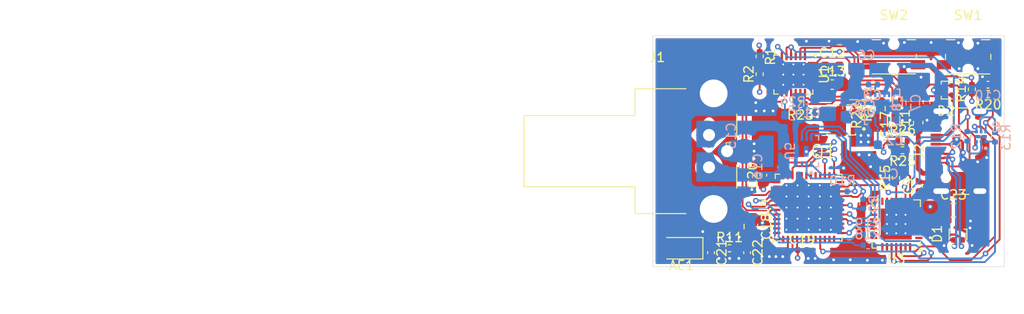
<source format=kicad_pcb>
(kicad_pcb (version 20240108) (generator "pcbnew") (generator_version "8.0")
  (layers (0 "F.Cu" signal) (1 "In1.Cu" signal) (2 "In2.Cu" signal) (31 "B.Cu" signal) (34 "B.Paste" user) (35 "F.Paste" user) (36 "B.SilkS" user "B.Silkscreen") (37 "F.SilkS" user "F.Silkscreen") (38 "B.Mask" user) (39 "F.Mask" user) (44 "Edge.Cuts" user))
  (net 0 "")
  (net 1 "GND")
  (net 2 "VBUS")
  (net 3 "/Microcontroller/Antenna_50R")
  (net 4 "+5V")
  (net 5 "Net-(U2-SS)")
  (net 6 "Net-(U2-LX)")
  (net 7 "+1V2")
  (net 8 "+3.3V")
  (net 9 "/Microcontroller/LNA_IN")
  (net 11 "VBUS_Switched")
  (net 12 "/Microcontroller/USB_D+")
  (net 13 "Net-(U3-VBUS)")
  (net 21 "Net-(U2-BST)")
  (net 22 "/Power Supply/_3V3")
  (net 23 "+2V8")
  (net 24 "/Microcontroller/IO0")
  (net 27 "/USB PD/CC2")
  (net 29 "/USB PD/CC1")
  (net 31 "/Bridge Driver/_DRVOFF")
  (net 38 "/Bridge Driver/_nSLEEP")
  (net 44 "/Microcontroller/EN")
  (net 45 "/Bridge Driver/_EN{slash}IN1")
  (net 49 "/Microcontroller/USB_D-")
  (net 52 "/Bridge Driver/nFAULT")
  (net 53 "/Bridge Driver/Current Sense")
  (net 54 "Net-(Q1-G)")
  (net 55 "Net-(U1-VBUS_EN_SNK)")
  (net 56 "Net-(U1-VBUS_VS_DISCH)")
  (net 57 "Net-(U1-DISCH)")
  (net 58 "/Microcontroller/~{SUSPEND}")
  (net 59 "Net-(Q2A-B1)")
  (net 60 "/Microcontroller/~{DTR}")
  (net 61 "/Microcontroller/~{RTS}")
  (net 62 "Net-(Q2B-B2)")
  (net 63 "/Microcontroller/TXD")
  (net 64 "/Microcontroller/_TXD")
  (net 65 "/Microcontroller/RXD")
  (net 66 "/Microcontroller/_RXD")
  (net 67 "/Microcontroller/_~{RTS}")
  (net 68 "/Microcontroller/~{CTS}")
  (net 69 "/Microcontroller/_~{CTS}")
  (net 85 "/SPI_MISO")
  (net 86 "/SPI_MOSI")
  (net 87 "/Bridge Driver/A")
  (net 88 "/Bridge Driver/B")
  (net 89 "GNDPWR")
  (net 90 "/Bridge Driver/_PH{slash}IN2")
  (net 91 "/SPI_SCLK")
  (net 92 "/SPI_CS")
  (net 93 "/I2C_SDA")
  (net 94 "/I2C_SCL")
  (net 95 "/Microcontroller/Reset")
  (footprint "Resistor_SMD:R_0402_1005Metric" (layer "F.Cu") (at 162 49.9 180)
    (property "Reference" "R25")
    (property "Value" "49.9k")
  )
  (footprint "Capacitor_SMD:C_0603_1608Metric" (layer "F.Cu") (at 154.4 42.8)
    (property "Reference" "C13")
    (property "Value" "1u")
  )
  (footprint "Capacitor_SMD:C_0402_1005Metric" (layer "F.Cu") (at 141.29 60.979927 -90)
    (property "Reference" "C21")
    (property "Value" "-")
  )
  (footprint "Resistor_SMD:R_0402_1005Metric" (layer "F.Cu") (at 162 48.9)
    (property "Reference" "R26")
    (property "Value" "20k")
  )
  (footprint "Package_DFN_QFN:QFN-24-1EP_4x4mm_P0.5mm_EP2.7x2.7mm_ThermalVias" (layer "F.Cu") (at 150.2 41.717325 -90)
    (property "Reference" "U1")
    (property "Value" "STUSB4500QTR")
  )
  (footprint "PCM_PartyWagon112_Package_SON:ST_PowerFlat-8" (layer "F.Cu") (at 155.375 46.625 180)
    (property "Reference" "Q1")
    (property "Value" "STL9P3LLH6")
  )
  (footprint "Capacitor_SMD:C_0402_1005Metric" (layer "F.Cu") (at 151.15 60.7)
    (property "Reference" "C19")
    (property "Value" "100n")
  )
  (footprint "Connector_USB:USB_C_Receptacle_GCT_USB4105-xx-A_16P_TopMnt_Horizontal" (layer "F.Cu") (at 169.29 50 90)
    (property "Reference" "J2")
    (property "Value" "USB4105")
  )
  (footprint "Resistor_SMD:R_0402_1005Metric" (layer "F.Cu") (at 143.29 60.5)
    (property "Reference" "R11")
    (property "Value" "0")
  )
  (footprint "Capacitor_SMD:C_0402_1005Metric" (layer "F.Cu") (at 163.8 53.8 90)
    (property "Reference" "C9")
    (property "Value" "100n")
  )
  (footprint "Connector_Amphenol:Amphenol_M8S-03PMMR-SF8001" (layer "F.Cu") (at 141.075 48.25)
    (property "Reference" "J1")
    (property "Value" "M8S-03PMMR-SF8001")
  )
  (footprint "Resistor_SMD:R_0603_1608Metric" (layer "F.Cu") (at 159.6 45.4 90)
    (property "Reference" "R21")
    (property "Value" "1k")
  )
  (footprint "Resistor_SMD:R_0402_1005Metric" (layer "F.Cu") (at 146.55 39.75 -90)
    (property "Reference" "R1")
    (property "Value" "2k")
  )
  (footprint "Capacitor_SMD:C_0805_2012Metric" (layer "F.Cu") (at 145.6 58.15 -90)
    (property "Reference" "C18")
    (property "Value" "10u")
  )
  (footprint "Capacitor_SMD:C_0402_1005Metric" (layer "F.Cu") (at 161.3 47.12 90)
    (property "Reference" "C17")
    (property "Value" "100n")
  )
  (footprint "Package_TO_SOT_SMD:SOT-416" (layer "F.Cu") (at 168 58.95 90)
    (property "Reference" "D1")
    (property "Value" "RCLAMP0582B.TCT")
  )
  (footprint "Resistor_SMD:R_0402_1005Metric" (layer "F.Cu") (at 158.2 46.15 90)
    (property "Reference" "R22")
    (property "Value" "100k")
  )
  (footprint "Button_Switch_SMD:Panasonic_EVQPUL_EVQPUC" (layer "F.Cu") (at 169.1 39.8)
    (property "Reference" "SW1")
    (property "Value" "EVQPUC")
  )
  (footprint "Button_Switch_SMD:Panasonic_EVQPUL_EVQPUC" (layer "F.Cu") (at 161.05 39.8)
    (property "Reference" "SW2")
    (property "Value" "EVQPUC")
  )
  (footprint "Package_DFN_QFN:QFN-48-1EP_7x7mm_P0.5mm_EP5.3x5.3mm_ThermalVias" (layer "F.Cu") (at 151.85 56.1 90)
    (property "Reference" "U4")
    (property "Value" "ESP32-PICO-D4")
  )
  (footprint "Resistor_SMD:R_0402_1005Metric" (layer "F.Cu") (at 150.960136 44.9 180)
    (property "Reference" "R23")
    (property "Value" "20k")
  )
  (footprint "Package_DFN_QFN:QFN-28-1EP_5x5mm_P0.5mm_EP3.35x3.35mm_ThermalVias" (layer "F.Cu") (at 161.32 57.88 180)
    (property "Reference" "U3")
    (property "Value" "CP2102N-A02-GQFN28R")
  )
  (footprint "Capacitor_SMD:C_0603_1608Metric" (layer "F.Cu") (at 163.7 46.9 90)
    (property "Reference" "C11")
    (property "Value" "1u")
  )
  (footprint "Capacitor_SMD:C_0805_2012Metric" (layer "F.Cu") (at 167.5 56.4)
    (property "Reference" "C23")
    (property "Value" "4.7uF")
  )
  (footprint "Resistor_SMD:R_0402_1005Metric" (layer "F.Cu") (at 146.55 41.675 90)
    (property "Reference" "R2")
    (property "Value" "2k")
  )
  (footprint "Resistor_SMD:R_0402_1005Metric" (layer "F.Cu") (at 171.255957 43.812347 180)
    (property "Reference" "R20")
    (property "Value" "10k")
  )
  (footprint "Resistor_SMD:R_0402_1005Metric" (layer "F.Cu") (at 169.5 43.3 90)
    (property "Reference" "R14")
    (property "Value" "2k")
  )
  (footprint "Package_TO_SOT_SMD:SOT-416" (layer "F.Cu") (at 166.7 43.4 180)
    (property "Reference" "D2")
    (property "Value" "RCLAMP0582B.TCT")
  )
  (footprint "Resistor_SMD:R_0402_1005Metric" (layer "F.Cu") (at 161.3 52.9 90)
    (property "Reference" "R15")
    (property "Value" "10k")
  )
  (footprint "RF_Antenna:Johanson_2450AT18x100" (layer "F.Cu") (at 138.1 60.5 180)
    (property "Reference" "AE1")
    (property "Value" "2450AT18A0100001E")
  )
  (footprint "Capacitor_SMD:C_0402_1005Metric" (layer "F.Cu") (at 145.19 60.979927 -90)
    (property "Reference" "C22")
    (property "Value" "-")
  )
  (footprint "Capacitor_SMD:C_0402_1005Metric" (layer "F.Cu") (at 146.95 52.6 90)
    (property "Reference" "C20")
    (property "Value" "100n")
  )
  (footprint "Capacitor_SMD:C_0603_1608Metric" (layer "F.Cu") (at 154.4 40.8)
    (property "Reference" "C12")
    (property "Value" "1u")
  )
  (footprint "Capacitor_SMD:C_0402_1005Metric" (layer "F.Cu") (at 171.245957 42.812347 180)
    (property "Reference" "C10")
    (property "Value" "100n")
  )
  (footprint "PCM_PartyWagon112_DFN:DFN1412-6" (layer "B.Cu") (at 170.5 48.43 90)
    (property "Reference" "Q2")
    (property "Value" "BC817RAPNZ")
  )
  (footprint "Resistor_SMD:R_0402_1005Metric" (layer "B.Cu") (at 157.75 55.7 90)
    (property "Reference" "R9")
    (property "Value" "49.9k")
  )
  (footprint "Capacitor_SMD:C_0603_1608Metric" (layer "B.Cu") (at 156.05 45.3 90)
    (property "Reference" "C4")
    (property "Value" "1u")
  )
  (footprint "Inductor_SMD:L_0603_1608Metric" (layer "B.Cu") (at 161.3375 42.3)
    (property "Reference" "L1")
    (property "Value" "MPZ1608D101BTD25")
  )
  (footprint "Resistor_SMD:R_0402_1005Metric" (layer "B.Cu") (at 169 48.4 -90)
    (property "Reference" "R12")
    (property "Value" "10k")
  )
  (footprint "Capacitor_SMD:C_0402_1005Metric" (layer "B.Cu") (at 161.15 47.7)
    (property "Reference" "C2")
    (property "Value" "5.6n")
  )
  (footprint "Capacitor_SMD:C_0402_1005Metric" (layer "B.Cu") (at 158.8 42.8)
    (property "Reference" "C3")
    (property "Value" "100n")
  )
  (footprint "Capacitor_SMD:C_0402_1005Metric" (layer "B.Cu") (at 164.6 44.77 -90)
    (property "Reference" "C7")
    (property "Value" "100n")
  )
  (footprint "Capacitor_SMD:C_0805_2012Metric" (layer "B.Cu") (at 163.1 44.75 -90)
    (property "Reference" "C8")
    (property "Value" "10u")
  )
  (footprint "Capacitor_SMD:C_0402_1005Metric" (layer "B.Cu") (at 157.3 45.3 90)
    (property "Reference" "C5")
    (property "Value" "100n")
  )
  (footprint "Capacitor_SMD:C_0603_1608Metric" (layer "B.Cu") (at 160.1 49.3)
    (property "Reference" "C1")
    (property "Value" "2.2u")
  )
  (footprint "Resistor_SMD:R_0402_1005Metric" (layer "B.Cu") (at 158.275 59 180)
    (property "Reference" "R19")
    (property "Value" "1k")
  )
  (footprint "Resistor_SMD:R_0603_1608Metric" (layer "B.Cu") (at 150.1 46.1 180)
    (property "Reference" "R24")
    (property "Value" "1k")
  )
  (footprint "PCM_PartyWagon112_VQFN:VQFN-16_RYJ_TEX" (layer "B.Cu") (at 149.75 50 90)
    (property "Reference" "U5")
    (property "Value" "DRV8244S")
  )
  (footprint "NetTie:NetTie-2_SMD_Pad0.5mm" (layer "B.Cu") (at 159.05 44.8)
    (property "Reference" "NT1" (hide yes))
    (property "Value" "NetTie_2" (hide yes))
  )
  (footprint "Resistor_SMD:R_0402_1005Metric" (layer "B.Cu") (at 155.5 54.35 180)
    (property "Reference" "R10")
    (property "Value" "49.9k")
  )
  (footprint "Resistor_SMD:R_0402_1005Metric" (layer "B.Cu") (at 172 48.5 90)
    (property "Reference" "R13")
    (property "Value" "10k")
  )
  (footprint "Capacitor_SMD:C_0603_1608Metric" (layer "B.Cu") (at 144.9 51.675 90)
    (property "Reference" "C16")
    (property "Value" "220nF")
  )
  (footprint "Capacitor_SMD:C_0603_1608Metric" (layer "B.Cu") (at 151.7 44.4)
    (property "Reference" "C14")
    (property "Value" "220nF")
  )
  (footprint "PCM_PartyWagon112_VQFN:16-eMGA (3x3)" (layer "B.Cu") (at 159.8 45.2 -90)
    (property "Reference" "U2")
    (property "Value" "MAXM17630AME+ (3.3V)" (hide yes))
  )
  (footprint "Capacitor_SMD:C_0603_1608Metric" (layer "B.Cu") (at 144.9 48.35 -90)
    (property "Reference" "C15")
    (property "Value" "220nF")
  )
  (footprint "Capacitor_SMD:C_0805_2012Metric" (layer "B.Cu") (at 158.1 41.3 180)
    (property "Reference" "C6")
    (property "Value" "10u")
  )
  (footprint "Resistor_SMD:R_0402_1005Metric" (layer "B.Cu") (at 158.275 60.175 180)
    (property "Reference" "R18")
    (property "Value" "1k")
  )
  (gr_rect (start 135 37.5) (end 173 62.5) (stroke (width 0.05)) (fill none) (layer "Edge.Cuts"))
  (segment (start 149.95 41.967325) (end 150.2 41.717325) (width 0.2) (layer "F.Cu") (net 1))
  (segment (start 152.1625 41.467325) (end 150.45 41.467325) (width 0.2) (layer "F.Cu") (net 1))
  (segment (start 148.95 43.679825) (end 148.95 42.967325) (width 0.2) (layer "F.Cu") (net 1))
  (segment (start 165.375 43.4) (end 166.05 43.4) (width 0.2) (layer "F.Cu") (net 1))
  (segment (start 163.77 58.38) (end 161.82 58.38) (width 0.2) (layer "F.Cu") (net 1))
  (segment (start 148.2375 42.967325) (end 148.95 42.967325) (width 0.2) (layer "F.Cu") (net 1))
  (segment (start 161.82 58.38) (end 161.32 57.88) (width 0.2) (layer "F.Cu") (net 1))
  (segment (start 148.95 42.967325) (end 149.1 42.817325) (width 0.2) (layer "F.Cu") (net 1))
  (segment (start 163.4 39.225) (end 158.7 39.225) (width 0.2) (layer "F.Cu") (net 1))
  (segment (start 163.675 38.95) (end 163.4 39.225) (width 0.2) (layer "F.Cu") (net 1))
  (segment (start 150.45 41.467325) (end 150.2 41.717325) (width 0.2) (layer "F.Cu") (net 1))
  (segment (start 158.7 39.225) (end 158.425 38.95) (width 0.2) (layer "F.Cu") (net 1))
  (segment (start 165 59.35) (end 165 58.85) (width 0.2) (layer "F.Cu") (net 1))
  (segment (start 165 58.85) (end 164.53 58.38) (width 0.2) (layer "F.Cu") (net 1))
  (segment (start 148.2375 41.967325) (end 149.95 41.967325) (width 0.2) (layer "F.Cu") (net 1))
  (segment (start 164.53 58.38) (end 163.77 58.38) (width 0.2) (layer "F.Cu") (net 1))
  (via (at 168.05 38.275) (size 0.6) (drill 0.3) (layers "F.Cu" "B.Cu") (net 1))
  (via (at 162.175 40.85) (size 0.6) (drill 0.3) (layers "F.Cu" "B.Cu") (net 1))
  (via (at 165.375 43.4) (size 0.6) (drill 0.3) (layers "F.Cu" "B.Cu") (net 1))
  (via (at 146.15 45.65) (size 0.6) (drill 0.3) (layers "F.Cu" "B.Cu") (net 1))
  (via (at 168.55 50.9) (size 0.6) (drill 0.3) (layers "F.Cu" "B.Cu") (net 1))
  (via (at 144.35 59.3) (size 0.6) (drill 0.3) (layers "F.Cu" "B.Cu") (net 1))
  (via (at 168.125 41.075) (size 0.6) (drill 0.3) (layers "F.Cu" "B.Cu") (net 1))
  (via (at 168.55 50.15) (size 0.6) (drill 0.3) (layers "F.Cu" "B.Cu") (net 1))
  (via (at 166.49738 60.213416) (size 0.6) (drill 0.3) (layers "F.Cu" "B.Cu") (net 1))
  (via (at 160.8 50.85) (size 0.6) (drill 0.3) (layers "F.Cu" "B.Cu") (net 1))
  (via (at 147.05 45.65) (size 0.6) (drill 0.3) (layers "F.Cu" "B.Cu") (net 1))
  (via (at 151.6 50.05) (size 0.6) (drill 0.3) (layers "F.Cu" "B.Cu") (net 1))
  (via (at 145.7 54.15) (size 0.6) (drill 0.3) (layers "F.Cu" "B.Cu") (net 1))
  (via (at 170.15 41.075) (size 0.6) (drill 0.3) (layers "F.Cu" "B.Cu") (net 1))
  (via (at 161.946317 45.324097) (size 0.6) (drill 0.3) (layers "F.Cu" "B.Cu") (net 1))
  (via (at 146.8 61.4) (size 0.6) (drill 0.3) (layers "F.Cu" "B.Cu") (net 1))
  (via (at 148 45.65) (size 0.6) (drill 0.3) (layers "F.Cu" "B.Cu") (net 1))
  (via (at 157.15 38.15) (size 0.6) (drill 0.3) (layers "F.Cu" "B.Cu") (net 1))
  (via (at 146.85 59.55) (size 0.6) (drill 0.3) (layers "F.Cu" "B.Cu") (net 1))
  (via (at 158.2 61.8) (size 0.6) (drill 0.3) (layers "F.Cu" "B.Cu") (net 1))
  (via (at 170.15 38.325) (size 0.6) (drill 0.3) (layers "F.Cu" "B.Cu") (net 1))
  (via (at 169.3 58.3) (size 0.6) (drill 0.3) (layers "F.Cu" "B.Cu") (net 1))
  (via (at 145.95 50.8) (size 0.6) (drill 0.3) (layers "F.Cu" "B.Cu") (net 1))
  (via (at 158.55 51.675) (size 0.6) (drill 0.3) (layers "F.Cu" "B.Cu") (net 1))
  (via (at 158.4 50.4) (size 0.6) (drill 0.3) (layers "F.Cu" "B.Cu") (net 1))
  (via (at 146.125 44.75) (size 0.6) (drill 0.3) (layers "F.Cu" "B.Cu") (net 1))
  (via (at 142.1 59.35) (size 0.6) (drill 0.3) (layers "F.Cu" "B.Cu") (net 1))
  (via (at 167.85 48.725) (size 0.6) (drill 0.3) (layers "F.Cu" "B.Cu") (net 1))
  (via (at 140.4 58.7) (size 0.6) (drill 0.3) (layers "F.Cu" "B.Cu") (net 1))
  (via (at 154.051472 38.1) (size 0.6) (drill 0.3) (layers "F.Cu" "B.Cu") (net 1))
  (via (at 154.55 61.75) (size 0.6) (drill 0.3) (layers "F.Cu" "B.Cu") (net 1))
  (via (at 154.75 41.8) (size 0.6) (drill 0.3) (layers "F.Cu" "B.Cu") (net 1))
  (via (at 147.6 61.4) (size 0.6) (drill 0.3) (layers "F.Cu" "B.Cu") (net 1))
  (via (at 161.975 46.675) (size 0.6) (drill 0.3) (layers "F.Cu" "B.Cu") (net 1))
  (via (at 170.125 51.15) (size 0.6) (drill 0.3) (layers "F.Cu" "B.Cu") (net 1))
  (via (at 155.625 51.825) (size 0.6) (drill 0.3) (layers "F.Cu" "B.Cu") (net 1))
  (via (at 159.6 52.65) (size 0.6) (drill 0.3) (layers "F.Cu" "B.Cu") (net 1))
  (via (at 156.35 61.75) (size 0.6) (drill 0.3) (layers "F.Cu" "B.Cu") (net 1))
  (via (at 155.55 41.8) (size 0.6) (drill 0.3) (layers "F.Cu" "B.Cu") (net 1))
  (via (at 165 59.35) (size 0.6) (drill 0.3) (layers "F.Cu" "B.Cu") (net 1))
  (via (at 162.2 38.25) (size 0.6) (drill 0.3) (layers "F.Cu" "B.Cu") (net 1))
  (via (at 157.3 50.375) (size 0.6) (drill 0.3) (layers "F.Cu" "B.Cu") (net 1))
  (via (at 145.95 49.2) (size 0.6) (drill 0.3) (layers "F.Cu" "B.Cu") (net 1))
  (via (at 159.825 61.8) (size 0.6) (drill 0.3) (layers "F.Cu" "B.Cu") (net 1))
  (via (at 143.3 61.6) (size 0.6) (drill 0.3) (layers "F.Cu" "B.Cu") (net 1))
  (via (at 148.3 61.4) (size 0.6) (drill 0.3) (layers "F.Cu" "B.Cu") (net 1))
  (via (at 161.6 50.85) (size 0.6) (drill 0.3) (layers "F.Cu" "B.Cu") (net 1))
  (via (at 171.1 50.7) (size 0.6) (drill 0.3) (layers "F.Cu" "B.Cu") (net 1))
  (via (at 152.55 61.6) (size 0.6) (drill 0.3) (layers "F.Cu" "B.Cu") (net 1))
  (via (at 169.525 60.2) (size 0.6) (drill 0.3) (layers "F.Cu" "B.Cu") (net 1))
  (via (at 159.95 38.325) (size 0.6) (drill 0.3) (layers "F.Cu" "B.Cu") (net 1))
  (via (at 144.3 61.6) (size 0.6) (drill 0.3) (layers "F.Cu" "B.Cu") (net 1))
  (via (at 142.15 61.6) (size 0.6) (drill 0.3) (layers "F.Cu" "B.Cu") (net 1))
  (via (at 145.95 50) (size 0.6) (drill 0.3) (layers "F.Cu" "B.Cu") (net 1))
  (via (at 151.8 61.6) (size 0.6) (drill 0.3) (layers "F.Cu" "B.Cu") (net 1))
  (via (at 165.1 38.25) (size 0.6) (drill 0.3) (layers "F.Cu" "B.Cu") (net 1))
  (via (at 169.35 57.55) (size 0.6) (drill 0.3) (layers "F.Cu" "B.Cu") (net 1))
  (via (at 164.65 46.65) (size 0.6) (drill 0.3) (layers "F.Cu" "B.Cu") (net 1))
  (via (at 143.3 59.35) (size 0.6) (drill 0.3) (layers "F.Cu" "B.Cu") (net 1))
  (via (at 151.6 38.1) (size 0.6) (drill 0.3) (layers "F.Cu" "B.Cu") (net 1))
  (via (at 170.65 41.95) (size 0.6) (drill 0.3) (layers "F.Cu" "B.Cu") (net 1))
  (via (at 149.05 61.4) (size 0.6) (drill 0.3) (layers "F.Cu" "B.Cu") (net 1))
  (via (at 162.8 46.65) (size 0.6) (drill 0.3) (layers "F.Cu" "B.Cu") (net 1))
  (segment (start 161.85 46.55) (end 161.975 46.675) (width 0.2) (layer "B.Cu") (net 1))
  (segment (start 161.05 46.55) (end 161.85 46.55) (width 0.2) (layer "B.Cu") (net 1))
  (segment (start 160.9 43.2) (end 160.9 44.925) (width 0.2) (layer "F.Cu") (net 2))
  (segment (start 163.3 47.6) (end 156.9 47.6) (width 0.5) (layer "F.Cu") (net 2))
  (segment (start 152.1625 40.467325) (end 152.682675 40.467325) (width 0.2) (layer "F.Cu") (net 2))
  (segment (start 160.9 44.925) (end 159.6 46.225) (width 0.2) (layer "F.Cu") (net 2))
  (segment (start 164.2 52.4) (end 163.7 51.9) (width 0.5) (layer "F.Cu") (net 2))
  (segment (start 160.5 42.8) (end 160.9 43.2) (width 0.2) (layer "F.Cu") (net 2))
  (segment (start 152.825 40.305592) (end 153.230592 39.9) (width 0.2) (layer "F.Cu") (net 2))
  (segment (start 163.7 51.9) (end 163.7 47.675) (width 0.5) (layer "F.Cu") (net 2))
  (segment (start 157.463604 42.8) (end 160.5 42.8) (width 0.2) (layer "F.Cu") (net 2))
  (segment (start 165.61 47.6) (end 163.3 47.6) (width 0.5) (layer "F.Cu") (net 2))
  (segment (start 156.25 41.586396) (end 157.463604 42.8) (width 0.2) (layer "F.Cu") (net 2))
  (segment (start 152.682675 40.467325) (end 152.825 40.325) (width 0.2) (layer "F.Cu") (net 2))
  (segment (start 152.825 40.325) (end 152.825 40.305592) (width 0.2) (layer "F.Cu") (net 2))
  (segment (start 155.85 39.9) (end 156.25 40.3) (width 0.2) (layer "F.Cu") (net 2))
  (segment (start 156.25 40.3) (end 156.25 41.586396) (width 0.2) (layer "F.Cu") (net 2))
  (segment (start 165.61 52.4) (end 164.2 52.4) (width 0.5) (layer "F.Cu") (net 2))
  (segment (start 153.230592 39.9) (end 155.85 39.9) (width 0.2) (layer "F.Cu") (net 2))
  (via (at 157.5 48.3) (size 0.6) (drill 0.3) (layers "F.Cu" "B.Cu") (net 2))
  (via (at 158.3 49) (size 0.6) (drill 0.3) (layers "F.Cu" "B.Cu") (net 2))
  (via (at 158.3 48.3) (size 0.6) (drill 0.3) (layers "F.Cu" "B.Cu") (net 2))
  (via (at 157.5 49) (size 0.6) (drill 0.3) (layers "F.Cu" "B.Cu") (net 2))
  (segment (start 158.3 47) (end 158.55 46.75) (width 0.2) (layer "B.Cu") (net 2))
  (segment (start 158.3 48.3) (end 158.3 47) (width 0.2) (layer "B.Cu") (net 2))
  (segment (start 158.55 46.75) (end 158.55 46.55) (width 0.2) (layer "B.Cu") (net 2))
  (segment (start 141.29 60.499927) (end 139.550073 60.499927) (width 0.2) (layer "F.Cu") (net 3))
  (segment (start 139.550073 60.499927) (end 139.55 60.5) (width 0.2) (layer "F.Cu") (net 3))
  (segment (start 142.68 60.5) (end 142.78 60.5) (width 0.2) (layer "F.Cu") (net 3))
  (segment (start 142.679927 60.499927) (end 142.68 60.5) (width 0.2) (layer "F.Cu") (net 3))
  (segment (start 142.78 60.5) (end 141.290073 60.5) (width 0.2) (layer "F.Cu") (net 3))
  (segment (start 141.290073 60.5) (end 141.29 60.499927) (width 0.2) (layer "F.Cu") (net 3))
  (segment (start 159.956542 49.343458) (end 160.4 48.9) (width 0.2) (layer "F.Cu") (net 4))
  (segment (start 159.956542 50.108012) (end 159.956542 49.343458) (width 0.2) (layer "F.Cu") (net 4))
  (segment (start 160.4 48.9) (end 161.49 48.9) (width 0.2) (layer "F.Cu") (net 4))
  (via (at 159.956542 50.108012) (size 0.6) (drill 0.3) (layers "F.Cu" "B.Cu") (net 4))
  (segment (start 159.956542 49.931542) (end 159.325 49.3) (width 0.2) (layer "B.Cu") (net 4))
  (segment (start 159.325 47.425) (end 159.049999 47.149999) (width 0.2) (layer "B.Cu") (net 4))
  (segment (start 159.325 49.3) (end 159.325 47.425) (width 0.2) (layer "B.Cu") (net 4))
  (segment (start 159.956542 50.108012) (end 159.956542 49.931542) (width 0.2) (layer "B.Cu") (net 4))
  (segment (start 159.049999 47.149999) (end 159.049999 46.55) (width 0.2) (layer "B.Cu") (net 4))
  (segment (start 160.550001 47.580001) (end 160.67 47.7) (width 0.2) (layer "B.Cu") (net 5))
  (segment (start 160.550001 46.55) (end 160.550001 47.580001) (width 0.2) (layer "B.Cu") (net 5))
  (segment (start 158.55 43.85) (end 158.55 43.03) (width 0.2) (layer "B.Cu") (net 6))
  (segment (start 158.55 43.03) (end 158.32 42.8) (width 0.2) (layer "B.Cu") (net 6))
  (segment (start 152.792325 41.967325) (end 152.1625 41.967325) (width 0.2) (layer "F.Cu") (net 7))
  (segment (start 153.625 42.8) (end 152.792325 41.967325) (width 0.2) (layer "F.Cu") (net 7))
  (segment (start 148.4 56.35) (end 147.862744 56.35) (width 0.2) (layer "F.Cu") (net 8))
  (segment (start 148.4 57.85) (end 147.6 57.85) (width 0.2) (layer "F.Cu") (net 8))
  (segment (start 150.15 60.7) (end 150.67 60.7) (width 0.2) (layer "F.Cu") (net 8))
  (segment (start 156.325 55.85) (end 155.3 55.85) (width 0.2) (layer "F.Cu") (net 8))
  (segment (start 169.5 43.81) (end 170.74361 43.81) (width 0.2) (layer "F.Cu") (net 8))
  (segment (start 147.862744 56.35) (end 147.2 57.012744) (width 0.2) (layer "F.Cu") (net 8))
  (segment (start 150.1 60.65) (end 150.15 60.7) (width 0.2) (layer "F.Cu") (net 8))
  (segment (start 150.6 59.55) (end 150.6 60.63) (width 0.2) (layer "F.Cu") (net 8))
  (segment (start 145.75 57.05) (end 145.6 57.2) (width 0.2) (layer "F.Cu") (net 8))
  (segment (start 146.55 38.6) (end 146.55 39.24) (width 0.2) (layer "F.Cu") (net 8))
  (segment (start 148 59.55) (end 147.6 59.15) (width 0.2) (layer "F.Cu") (net 8))
  (segment (start 150.6 60.63) (end 150.67 60.7) (width 0.2) (layer "F.Cu") (net 8))
  (segment (start 150.67 61.53) (end 150.65 61.55) (width 0.2) (layer "F.Cu") (net 8))
  (segment (start 146.55 43.6) (end 146.55 42.185) (width 0.2) (layer "F.Cu") (net 8))
  (segment (start 146.5 38.55) (end 146.55 38.6) (width 0.2) (layer "F.Cu") (net 8))
  (segment (start 149.1 59.55) (end 148 59.55) (width 0.2) (layer "F.Cu") (net 8))
  (segment (start 170.74361 43.81) (end 170.745957 43.812347) (width 0.2) (layer "F.Cu") (net 8))
  (segment (start 147.2 57.45) (end 147.2 57.05) (width 0.2) (layer "F.Cu") (net 8))
  (segment (start 148.4 53.35) (end 147.22 53.35) (width 0.2) (layer "F.Cu") (net 8))
  (segment (start 147.2 57.05) (end 145.75 57.05) (width 0.2) (layer "F.Cu") (net 8))
  (segment (start 147.2 57.012744) (end 147.2 57.05) (width 0.2) (layer "F.Cu") (net 8))
  (segment (start 147.6 59.15) (end 147.6 57.85) (width 0.2) (layer "F.Cu") (net 8))
  (segment (start 147.6 57.85) (end 147.2 57.45) (width 0.2) (layer "F.Cu") (net 8))
  (segment (start 150.67 60.7) (end 150.67 61.53) (width 0.2) (layer "F.Cu") (net 8))
  (segment (start 169.5 43.81) (end 169.5 44.6) (width 0.2) (layer "F.Cu") (net 8))
  (segment (start 150.1 59.55) (end 150.1 60.65) (width 0.2) (layer "F.Cu") (net 8))
  (segment (start 147.22 53.35) (end 146.95 53.08) (width 0.2) (layer "F.Cu") (net 8))
  (via (at 146.955252 54.133474) (size 0.6) (drill 0.3) (layers "F.Cu" "B.Cu") (net 8))
  (via (at 146.55 43.6) (size 0.6) (drill 0.3) (layers "F.Cu" "B.Cu") (net 8))
  (via (at 156.325 55.85) (size 0.6) (drill 0.3) (layers "F.Cu" "B.Cu") (net 8))
  (via (at 146.5 38.55) (size 0.6) (drill 0.3) (layers "F.Cu" "B.Cu") (net 8))
  (via (at 165 56) (size 0.6) (drill 0.3) (layers "F.Cu" "B.Cu") (net 8))
  (via (at 169.5 44.6) (size 0.6) (drill 0.3) (layers "F.Cu" "B.Cu") (net 8))
  (via (at 164 42) (size 0.6) (drill 0.3) (layers "F.Cu" "B.Cu") (net 8))
  (via (at 150.65 61.55) (size 0.6) (drill 0.3) (layers "F.Cu" "B.Cu") (net 8))
  (via (at 146.85 57.75) (size 0.6) (drill 0.3) (layers "F.Cu" "B.Cu") (net 8))
  (segment (start 156.685 56.21) (end 157.75 56.21) (width 0.2) (layer "B.Cu") (net 8))
  (segment (start 162.125 42.425) (end 162.125 42.3) (width 0.2) (layer "B.Cu") (net 8))
  (segment (start 156.325 55.85) (end 156.685 56.21) (width 0.2) (layer "B.Cu") (net 8))
  (segment (start 161.05 43.5) (end 162.125 42.425) (width 0.2) (layer "B.Cu") (net 8))
  (segment (start 161.05 43.85) (end 161.05 43.5) (width 0.2) (layer "B.Cu") (net 8))
  (segment (start 143.8 60.5) (end 145.189927 60.5) (width 0.2) (layer "F.Cu") (net 9))
  (segment (start 149.6 60.4) (end 149.500073 60.499927) (width 0.2) (layer "F.Cu") (net 9))
  (segment (start 145.189927 60.5) (end 145.19 60.499927) (width 0.2) (layer "F.Cu") (net 9))
  (segment (start 149.500073 60.499927) (end 145.19 60.499927) (width 0.2) (layer "F.Cu") (net 9))
  (segment (start 149.6 59.55) (end 149.6 60.4) (width 0.2) (layer "F.Cu") (net 9))
  (via (at 152.1 45.7) (size 0.6) (drill 0.3) (layers "F.Cu" "B.Cu") (net 11))
  (via (at 152.1 46.3) (size 0.6) (drill 0.3) (layers "F.Cu" "B.Cu") (net 11))
  (via (at 152.8 45.7) (size 0.6) (drill 0.3) (layers "F.Cu" "B.Cu") (net 11))
  (via (at 152.8 46.3) (size 0.6) (drill 0.3) (layers "F.Cu" "B.Cu") (net 11))
  (segment (start 150.45 50.003) (end 150.45 46.575) (width 0.5) (layer "B.Cu") (net 11))
  (segment (start 150.45 46.575) (end 150.925 46.1) (width 0.5) (layer "B.Cu") (net 11))
  (segment (start 166.522501 50.3) (end 167.225 50.3) (width 0.25) (layer "F.Cu") (net 12))
  (segment (start 167.5 59.6) (end 167.5 59.65) (width 0.25) (layer "F.Cu") (net 12))
  (segment (start 167.5 59.6) (end 166.617157 59.6) (width 0.25) (layer "F.Cu") (net 12))
  (segment (start 164.420001 57.83) (end 164.370001 57.88) (width 0.25) (layer "F.Cu") (net 12))
  (segment (start 166.472501 50.25) (end 166.522501 50.3) (width 0.25) (layer "F.Cu") (net 12))
  (segment (start 167.05 49.25) (end 167.4 49.6) (width 0.25) (layer "F.Cu") (net 12))
  (segment (start 167.8 60.118171) (end 167.625 60.293171) (width 0.25) (layer "F.Cu") (net 12))
  (segment (start 165.61 50.25) (end 166.472501 50.25) (width 0.25) (layer "F.Cu") (net 12))
  (segment (start 167.8 59.95) (end 167.8 60.118171) (width 0.25) (layer "F.Cu") (net 12))
  (segment (start 167.5 59.65) (end 167.8 59.95) (width 0.25) (layer "F.Cu") (net 12))
  (segment (start 165.61 49.25) (end 167.05 49.25) (width 0.25) (layer "F.Cu") (net 12))
  (segment (start 167.4 49.6) (end 167.4 50.125) (width 0.25) (layer "F.Cu") (net 12))
  (segment (start 164.847157 57.83) (end 164.420001 57.83) (width 0.25) (layer "F.Cu") (net 12))
  (segment (start 166.617157 59.6) (end 164.847157 57.83) (width 0.25) (layer "F.Cu") (net 12))
  (segment (start 164.370001 57.88) (end 163.77 57.88) (width 0.25) (layer "F.Cu") (net 12))
  (segment (start 167.225 50.3) (end 167.4 50.125) (width 0.25) (layer "F.Cu") (net 12))
  (via (at 167.625 60.293171) (size 0.6) (drill 0.3) (layers "F.Cu" "B.Cu") (net 12))
  (via (at 167.4 50.125) (size 0.6) (drill 0.3) (layers "F.Cu" "B.Cu") (net 12))
  (segment (start 167.161827 50.3) (end 166.825 50.636827) (width 0.25) (layer "B.Cu") (net 12))
  (segment (start 167.225 50.3) (end 167.161827 50.3) (width 0.25) (layer "B.Cu") (net 12))
  (segment (start 167.8 60.118171) (end 167.8 52.882844) (width 0.25) (layer "B.Cu") (net 12))
  (segment (start 167.4 50.125) (end 167.225 50.3) (width 0.25) (layer "B.Cu") (net 12))
  (segment (start 166.825 51.113173) (end 167 51.288173) (width 0.25) (layer "B.Cu") (net 12))
  (segment (start 166.825 50.636827) (end 166.825 51.113173) (width 0.25) (layer "B.Cu") (net 12))
  (segment (start 167 52.082844) (end 167.8 52.882844) (width 0.25) (layer "B.Cu") (net 12))
  (segment (start 167.625 60.293171) (end 167.8 60.118171) (width 0.25) (layer "B.Cu") (net 12))
  (segment (start 167 51.288173) (end 167 52.082844) (width 0.25) (layer "B.Cu") (net 12))
  (segment (start 162.51 52.435) (end 162.51 49.9) (width 0.2) (layer "F.Cu") (net 13))
  (segment (start 162.82 55.43) (end 162.82 52.745) (width 0.2) (layer "F.Cu") (net 13))
  (segment (start 162.51 49.9) (end 162.51 48.9) (width 0.2) (layer "F.Cu") (net 13))
  (segment (start 162.82 52.745) (end 162.51 52.435) (width 0.2) (layer "F.Cu") (net 13))
  (segment (start 159.049999 43.030001) (end 159.049999 43.85) (width 0.2) (layer "B.Cu") (net 21))
  (segment (start 159.28 42.8) (end 159.049999 43.030001) (width 0.2) (layer "B.Cu") (net 21))
  (segment (start 152.1625 40.967325) (end 153.457675 40.967325) (width 0.2) (layer "F.Cu") (net 23))
  (segment (start 153.457675 40.967325) (end 153.625 40.8) (width 0.2) (layer "F.Cu") (net 23))
  (segment (start 165.9 41.9) (end 164.65 40.65) (width 0.2) (layer "F.Cu") (net 24))
  (segment (start 164.65 40.65) (end 163.675 40.65) (width 0.2) (layer "F.Cu") (net 24))
  (segment (start 169.849998 49.62117) (end 169.849998 48.424998) (width 0.2) (layer "F.Cu") (net 24))
  (segment (start 156.1 53.85) (end 155.3 53.85) (width 0.2) (layer "F.Cu") (net 24))
  (segment (start 156.275 53.675) (end 156.1 53.85) (width 0.2) (layer "F.Cu") (net 24))
  (segment (start 158.425 40.65) (end 158.825 40.25) (width 0.2) (layer "F.Cu") (net 24))
  (segment (start 168.5 42.5) (end 167.9 41.9) (width 0.2) (layer "F.Cu") (net 24))
  (segment (start 169.05 47.625) (end 169.05 46.3) (width 0.2) (layer "F.Cu") (net 24))
  (segment (start 169.05 46.3) (end 169.05 45.6) (width 0.2) (layer "F.Cu") (net 24))
  (segment (start 169.05 45.6) (end 168.5 45.05) (width 0.2) (layer "F.Cu") (net 24))
  (segment (start 168.5 45.05) (end 168.5 42.5) (width 0.2) (layer "F.Cu") (net 24))
  (segment (start 158.825 40.25) (end 163.275 40.25) (width 0.2) (layer "F.Cu") (net 24))
  (segment (start 160.475 54.45) (end 159.7 53.675) (width 0.2) (layer "F.Cu") (net 24))
  (segment (start 167.9 41.9) (end 165.9 41.9) (width 0.2) (layer "F.Cu") (net 24))
  (segment (start 163.275 40.25) (end 163.675 40.65) (width 0.2) (layer "F.Cu") (net 24))
  (segment (start 159.7 53.675) (end 156.275 53.675) (width 0.2) (layer "F.Cu") (net 24))
  (segment (start 169.849998 48.424998) (end 169.05 47.625) (width 0.2) (layer "F.Cu") (net 24))
  (via (at 160.475 54.45) (size 0.6) (drill 0.3) (layers "F.Cu" "B.Cu") (net 24))
  (via (at 169.05 46.3) (size 0.6) (drill 0.3) (layers "F.Cu" "B.Cu") (net 24))
  (via (at 169.849998 49.62117) (size 0.6) (drill 0.3) (layers "F.Cu" "B.Cu") (net 24))
  (segment (start 163.85 49.4) (end 164.35 48.9) (width 0.2) (layer "B.Cu") (net 24))
  (segment (start 160.475 54.45) (end 162.575 54.45) (width 0.2) (layer "B.Cu") (net 24))
  (segment (start 166.45 48.9) (end 169.05 46.3) (width 0.2) (layer "B.Cu") (net 24))
  (segment (start 163.85 53.175) (end 163.85 49.4) (width 0.2) (layer "B.Cu") (net 24))
  (segment (start 170 49.471168) (end 169.849998 49.62117) (width 0.2) (layer "B.Cu") (net 24))
  (segment (start 164.35 48.9) (end 166.45 48.9) (width 0.2) (layer "B.Cu") (net 24))
  (segment (start 162.575 54.45) (end 163.85 53.175) (width 0.2) (layer "B.Cu") (net 24))
  (segment (start 170 48.96) (end 170 49.471168) (width 0.2) (layer "B.Cu") (net 24))
  (segment (start 157.65 42.35) (end 160.7 42.35) (width 0.2) (layer "F.Cu") (net 27))
  (segment (start 166.85 48.25) (end 167.535 47.565) (width 0.2) (layer "F.Cu") (net 27))
  (segment (start 155.19314 39.25) (end 156.284314 39.25) (width 0.2) (layer "F.Cu") (net 27))
  (segment (start 156.8 41.5) (end 157.65 42.35) (width 0.2) (layer "F.Cu") (net 27))
  (segment (start 167.535 47.565) (end 167.535 44.735) (width 0.2) (layer "F.Cu") (net 27))
  (segment (start 160.7 42.35) (end 162.4 44.05) (width 0.2) (layer "F.Cu") (net 27))
  (segment (start 156.284314 39.25) (end 156.8 39.765686) (width 0.2) (layer "F.Cu") (net 27))
  (segment (start 149.45 39.754825) (end 149.45 38.85) (width 0.2) (layer "F.Cu") (net 27))
  (segment (start 149.45 38.85) (end 149.55 38.75) (width 0.2) (layer "F.Cu") (net 27))
  (segment (start 166.55 44.05) (end 166.7 43.9) (width 0.2) (layer "F.Cu") (net 27))
  (segment (start 165.61 48.25) (end 166.85 48.25) (width 0.2) (layer "F.Cu") (net 27))
  (segment (start 167.35 44.55) (end 167.35 43.9) (width 0.2) (layer "F.Cu") (net 27))
  (segment (start 156.8 39.765686) (end 156.8 41.5) (width 0.2) (layer "F.Cu") (net 27))
  (segment (start 166.7 43.9) (end 167.35 43.9) (width 0.2) (layer "F.Cu") (net 27))
  (segment (start 149.55 38.75) (end 149.95 38.75) (width 0.2) (layer "F.Cu") (net 27))
  (segment (start 149.95 38.75) (end 149.95 39.754825) (width 0.2) (layer "F.Cu") (net 27))
  (segment (start 167.535 44.735) (end 167.35 44.55) (width 0.2) (layer "F.Cu") (net 27))
  (segment (start 162.4 44.05) (end 166.55 44.05) (width 0.2) (layer "F.Cu") (net 27))
  (via (at 149.95 38.75) (size 0.6) (drill 0.3) (layers "F.Cu" "B.Cu") (net 27))
  (via (at 155.19314 39.25) (size 0.6) (drill 0.3) (layers "F.Cu" "B.Cu") (net 27))
  (segment (start 155.19314 39.25) (end 150.45 39.25) (width 0.2) (layer "B.Cu") (net 27))
  (segment (start 150.45 39.25) (end 149.95 38.75) (width 0.2) (layer "B.Cu") (net 27))
  (segment (start 169.25 48.725) (end 168.1 47.575) (width 0.2) (layer "F.Cu") (net 29))
  (segment (start 166.65 51.25) (end 167.05 51.65) (width 0.2) (layer "F.Cu") (net 29))
  (segment (start 151.45 38.825) (end 151.45 39.7625) (width 0.2) (layer "F.Cu") (net 29))
  (segment (start 168.1 43.075) (end 167.925 42.9) (width 0.2) (layer "F.Cu") (net 29))
  (segment (start 154.350001 38.65) (end 154.175001 38.825) (width 0.2) (layer "F.Cu") (net 29))
  (segment (start 167.925 42.9) (end 167.35 42.9) (width 0.2) (layer "F.Cu") (net 29))
  (segment (start 150.95 38.95) (end 151.075 38.825) (width 0.2) (layer "F.Cu") (net 29))
  (segment (start 167.35 42.9) (end 166.7 42.9) (width 0.2) (layer "F.Cu") (net 29))
  (segment (start 165.61 51.25) (end 166.65 51.25) (width 0.2) (layer "F.Cu") (net 29))
  (segment (start 154.175001 38.825) (end 151.45 38.825) (width 0.2) (layer "F.Cu") (net 29))
  (segment (start 150.95 39.7625) (end 150.95 38.95) (width 0.2) (layer "F.Cu") (net 29))
  (segment (start 156.25 38.65) (end 154.350001 38.65) (width 0.2) (layer "F.Cu") (net 29))
  (segment (start 162.575 43.425) (end 161.05 41.9) (width 0.2) (layer "F.Cu") (net 29))
  (segment (start 164.326471 43.425) (end 162.575 43.425) (width 0.2) (layer "F.Cu") (net 29))
  (segment (start 168.975 51.65) (end 169.25 51.375) (width 0.2) (layer "F.Cu") (net 29))
  (segment (start 151.075 38.825) (end 151.45 38.825) (width 0.2) (layer "F.Cu") (net 29))
  (segment (start 157.2 39.6) (end 156.25 38.65) (width 0.2) (layer "F.Cu") (net 29))
  (segment (start 157.8 41.9) (end 157.2 41.3) (width 0.2) (layer "F.Cu") (net 29))
  (segment (start 166.6 42.8) (end 164.951471 42.8) (width 0.2) (layer "F.Cu") (net 29))
  (segment (start 169.25 51.375) (end 169.25 48.725) (width 0.2) (layer "F.Cu") (net 29))
  (segment (start 168.1 47.575) (end 168.1 43.075) (width 0.2) (layer "F.Cu") (net 29))
  (segment (start 157.2 41.3) (end 157.2 39.6) (width 0.2) (layer "F.Cu") (net 29))
  (segment (start 164.951471 42.8) (end 164.326471 43.425) (width 0.2) (layer "F.Cu") (net 29))
  (segment (start 167.05 51.65) (end 168.975 51.65) (width 0.2) (layer "F.Cu") (net 29))
  (segment (start 161.05 41.9) (end 157.8 41.9) (width 0.2) (layer "F.Cu") (net 29))
  (segment (start 166.7 42.9) (end 166.6 42.8) (width 0.2) (layer "F.Cu") (net 29))
  (segment (start 156.210801 58.85) (end 156.223212 58.837589) (width 0.2) (layer "F.Cu") (net 31))
  (segment (start 155.3 58.85) (end 156.210801 58.85) (width 0.2) (layer "F.Cu") (net 31))
  (via (at 156.223212 58.837589) (size 0.6) (drill 0.3) (layers "F.Cu" "B.Cu") (net 31))
  (segment (start 159.5 53.659314) (end 156.35 50.509314) (width 0.2) (layer "B.Cu") (net 31))
  (segment (start 156.35 50.509314) (end 156.35 48.5) (width 0.2) (layer "B.Cu") (net 31))
  (segment (start 155.2 47.35) (end 151.65 47.35) (width 0.2) (layer "B.Cu") (net 31))
  (segment (start 151.65 47.35) (end 151.125 47.875) (width 0.2) (layer "B.Cu") (net 31))
  (segment (start 156.910801 58.15) (end 158.95 58.15) (width 0.2) (layer "B.Cu") (net 31))
  (segment (start 156.35 48.5) (end 155.2 47.35) (width 0.2) (layer "B.Cu") (net 31))
  (segment (start 151.125 47.875) (end 151.125 48.6) (width 0.2) (layer "B.Cu") (net 31))
  (segment (start 158.95 58.15) (end 159.5 57.6) (width 0.2) (layer "B.Cu") (net 31))
  (segment (start 159.5 57.6) (end 159.5 53.659314) (width 0.2) (layer "B.Cu") (net 31))
  (segment (start 156.223212 58.837589) (end 156.910801 58.15) (width 0.2) (layer "B.Cu") (net 31))
  (segment (start 172.5 59.54853) (end 172.5 48.43) (width 0.2) (layer "F.Cu") (net 44))
  (segment (start 171.725 42.81139) (end 171.725957 42.812347) (width 0.2) (layer "F.Cu") (net 44))
  (segment (start 171.725957 43.772347) (end 171.765957 43.812347) (width 0.2) (layer "F.Cu") (net 44))
  (segment (start 166.475 40.65) (end 166.875 40.25) (width 0.2) (layer "F.Cu") (net 44))
  (segment (start 170.974265 61.074265) (end 172.5 59.54853) (width 0.2) (layer "F.Cu") (net 44))
  (segment (start 172.5 48.43) (end 171 46.93) (width 0.2) (layer "F.Cu") (net 44))
  (segment (start 166.875 40.25) (end 171.325 40.25) (width 0.2) (layer "F.Cu") (net 44))
  (segment (start 171.725957 42.812347) (end 171.725957 43.772347) (width 0.2) (layer "F.Cu") (net 44))
  (segment (start 153.1 60.55) (end 153.1 59.55) (width 0.2) (layer "F.Cu") (net 44))
  (segment (start 171 46.93) (end 171.765957 46.164043) (width 0.2) (layer "F.Cu") (net 44))
  (segment (start 171.725 40.65) (end 171.725 42.81139) (width 0.2) (layer "F.Cu") (net 44))
  (segment (start 153.4 60.85) (end 153.1 60.55) (width 0.2) (layer "F.Cu") (net 44))
  (segment (start 171.765957 46.164043) (end 171.765957 43.812347) (width 0.2) (layer "F.Cu") (net 44))
  (segment (start 171.325 40.25) (end 171.725 40.65) (width 0.2) (layer "F.Cu") (net 44))
  (via (at 171 46.93) (size 0.6) (drill 0.3) (layers "F.Cu" "B.Cu") (net 44))
  (via (at 153.4 60.85) (size 0.6) (drill 0.3) (layers "F.Cu" "B.Cu") (net 44))
  (via (at 170.974265 61.074265) (size 0.6) (drill 0.3) (layers "F.Cu" "B.Cu") (net 44))
  (segment (start 170.974265 61.074265) (end 170.44853 61.6) (width 0.2) (layer "B.Cu") (net 44))
  (segment (start 170.44853 61.6) (end 163.85 61.6) (width 0.2) (layer "B.Cu") (net 44))
  (segment (start 163.85 61.6) (end 163.1 60.85) (width 0.2) (layer "B.Cu") (net 44))
  (segment (start 163.1 60.85) (end 153.4 60.85) (width 0.2) (layer "B.Cu") (net 44))
  (segment (start 171 47.9) (end 171 46.93) (width 0.2) (layer "B.Cu") (net 44))
  (segment (start 155.9 57.35) (end 155.3 57.35) (width 0.2) (layer "F.Cu") (net 45))
  (segment (start 156.3 57.75) (end 155.9 57.35) (width 0.2) (layer "F.Cu") (net 45))
  (via (at 156.3 57.75) (size 0.6) (drill 0.3) (layers "F.Cu" "B.Cu") (net 45))
  (segment (start 158.6 57.75) (end 159 57.35) (width 0.2) (layer "B.Cu") (net 45))
  (segment (start 151.85 47.75) (end 151.625 47.975) (width 0.2) (layer "B.Cu") (net 45))
  (segment (start 155.9 50.625) (end 155.9 48.784314) (width 0.2) (layer "B.Cu") (net 45))
  (segment (start 159 53.725) (end 155.9 50.625) (width 0.2) (layer "B.Cu") (net 45))
  (segment (start 155.9 48.784314) (end 154.865686 47.75) (width 0.2) (layer "B.Cu") (net 45))
  (segment (start 159 57.35) (end 159 53.725) (width 0.2) (layer "B.Cu") (net 45))
  (segment (start 154.865686 47.75) (end 151.85 47.75) (width 0.2) (layer "B.Cu") (net 45))
  (segment (start 156.3 57.75) (end 158.6 57.75) (width 0.2) (layer "B.Cu") (net 45))
  (segment (start 151.625 47.975) (end 151.625 48.6) (width 0.2) (layer "B.Cu") (net 45))
  (segment (start 164.6 50.75) (end 165.61 50.75) (width 0.25) (layer "F.Cu") (net 49))
  (segment (start 168.2 59.95) (end 168.2 60.118171) (width 0.25) (layer "F.Cu") (net 49))
  (segment (start 168.5 59.6) (end 168.1 59.2) (width 0.25) (layer "F.Cu") (net 49))
  (segment (start 165.61 49.75) (end 164.6 49.75) (width 0.25) (layer "F.Cu") (net 49))
  (segment (start 168.5 59.65) (end 168.2 59.95) (width 0.25) (layer "F.Cu") (net 49))
  (segment (start 166.472501 50.75) (end 166.522501 50.7) (width 0.25) (layer "F.Cu") (net 49))
  (segment (start 166.522501 50.7) (end 167.225 50.7) (width 0.25) (layer "F.Cu") (net 49))
  (segment (start 167.225 50.7) (end 167.4 50.875) (width 0.25) (layer "F.Cu") (net 49))
  (segment (start 164.6 49.75) (end 164.6 50.75) (width 0.25) (layer "F.Cu") (net 49))
  (segment (start 167.20585 59.025) (end 167.03085 59.2) (width 0.25) (layer "F.Cu") (net 49))
  (segment (start 164.370001 57.38) (end 163.77 57.38) (width 0.25) (layer "F.Cu") (net 49))
  (segment (start 168.5 59.6) (end 168.5 59.65) (width 0.25) (layer "F.Cu") (net 49))
  (segment (start 164.420001 57.43) (end 164.370001 57.38) (width 0.25) (layer "F.Cu") (net 49))
  (segment (start 167.03085 59.2) (end 166.782843 59.2) (width 0.25) (layer "F.Cu") (net 49))
  (segment (start 167.96915 59.2) (end 167.79415 59.025) (width 0.25) (layer "F.Cu") (net 49))
  (segment (start 165.61 50.75) (end 166.472501 50.75) (width 0.25) (layer "F.Cu") (net 49))
  (segment (start 168.2 60.118171) (end 168.375 60.293171) (width 0.25) (layer "F.Cu") (net 49))
  (segment (start 166.782843 59.2) (end 165.012843 57.43) (width 0.25) (layer "F.Cu") (net 49))
  (segment (start 167.79415 59.025) (end 167.20585 59.025) (width 0.25) (layer "F.Cu") (net 49))
  (segment (start 165.012843 57.43) (end 164.420001 57.43) (width 0.25) (layer "F.Cu") (net 49))
  (segment (start 168.1 59.2) (end 167.96915 59.2) (width 0.25) (layer "F.Cu") (net 49))
  (via (at 168.375 60.293171) (size 0.6) (drill 0.3) (layers "F.Cu" "B.Cu") (net 49))
  (via (at 167.4 50.875) (size 0.6) (drill 0.3) (layers "F.Cu" "B.Cu") (net 49))
  (segment (start 167.4 51.917156) (end 168.2 52.717156) (width 0.25) (layer "B.Cu") (net 49))
  (segment (start 168.375 60.293171) (end 168.2 60.118171) (width 0.25) (layer "B.Cu") (net 49))
  (segment (start 167.4 50.875) (end 167.4 51.917156) (width 0.25) (layer "B.Cu") (net 49))
  (segment (start 168.2 60.118171) (end 168.2 52.717156) (width 0.25) (layer "B.Cu") (net 49))
  (segment (start 157.15 54.95) (end 156.6 54.95) (width 0.2) (layer "F.Cu") (net 52))
  (segment (start 156.5 54.85) (end 155.3 54.85) (width 0.2) (layer "F.Cu") (net 52))
  (segment (start 157.75 54.35) (end 157.15 54.95) (width 0.2) (layer "F.Cu") (net 52))
  (segment (start 156.6 54.95) (end 156.5 54.85) (width 0.2) (layer "F.Cu") (net 52))
  (via (at 157.75 54.35) (size 0.6) (drill 0.3) (layers "F.Cu" "B.Cu") (net 52))
  (segment (start 157.75 54.35) (end 157.75 54.184314) (width 0.2) (layer "B.Cu") (net 52))
  (segment (start 153.275 52.55) (end 152.125 51.4) (width 0.2) (layer "B.Cu") (net 52))
  (segment (start 157.75 54.184314) (end 156.115686 52.55) (width 0.2) (layer "B.Cu") (net 52))
  (segment (start 156.115686 52.55) (end 153.275 52.55) (width 0.2) (layer "B.Cu") (net 52))
  (segment (start 157.75 54.35) (end 157.75 55.19) (width 0.2) (layer "B.Cu") (net 52))
  (segment (start 155.3 54.35) (end 156.85 54.35) (width 0.2) (layer "F.Cu") (net 53))
  (via (at 156.85 54.35) (size 0.6) (drill 0.3) (layers "F.Cu" "B.Cu") (net 53))
  (segment (start 156.85 53.85) (end 155.95 52.95) (width 0.2) (layer "B.Cu") (net 53))
  (segment (start 152.2 52.95) (end 151.625 52.375) (width 0.2) (layer "B.Cu") (net 53))
  (segment (start 151.625 52.375) (end 151.625 51.4) (width 0.2) (layer "B.Cu") (net 53))
  (segment (start 155.95 52.95) (end 152.2 52.95) (width 0.2) (layer "B.Cu") (net 53))
  (segment (start 156.85 54.35) (end 156.85 53.85) (width 0.2) (layer "B.Cu") (net 53))
  (segment (start 156.01 54.35) (end 156.85 54.35) (width 0.2) (layer "B.Cu") (net 53))
  (segment (start 156.9 45.425) (end 156.91 45.415) (width 0.2) (layer "F.Cu") (net 54))
  (segment (start 158.2 45.64) (end 156.91 45.64) (width 0.2) (layer "F.Cu") (net 54))
  (segment (start 154.7 44.5) (end 154.3 44.9) (width 0.2) (layer "F.Cu") (net 54))
  (segment (start 154.3 44.9) (end 151.470136 44.9) (width 0.2) (layer "F.Cu") (net 54))
  (segment (start 155.995 44.5) (end 154.7 44.5) (width 0.2) (layer "F.Cu") (net 54))
  (segment (start 156.91 45.415) (end 155.995 44.5) (width 0.2) (layer "F.Cu") (net 54))
  (segment (start 150.450136 44.9) (end 150.450136 43.679961) (width 0.2) (layer "F.Cu") (net 55))
  (segment (start 150.450136 43.679961) (end 150.45 43.679825) (width 0.2) (layer "F.Cu") (net 55))
  (segment (start 154.534314 44.1) (end 156.8 44.1) (width 0.2) (layer "F.Cu") (net 56))
  (segment (start 151.95906 44.45) (end 154.184314 44.45) (width 0.2) (layer "F.Cu") (net 56))
  (segment (start 151.78906 44.28) (end 151.95906 44.45) (width 0.2) (layer "F.Cu") (net 56))
  (segment (start 151.45 43.679825) (end 151.45 44.28) (width 0.2) (layer "F.Cu") (net 56))
  (segment (start 151.45 44.28) (end 151.78906 44.28) (width 0.2) (layer "F.Cu") (net 56))
  (segment (start 157.275 44.575) (end 159.6 44.575) (width 0.2) (layer "F.Cu") (net 56))
  (segment (start 154.184314 44.45) (end 154.534314 44.1) (width 0.2) (layer "F.Cu") (net 56))
  (segment (start 156.8 44.1) (end 157.275 44.575) (width 0.2) (layer "F.Cu") (net 56))
  (segment (start 149.25 44.65) (end 147.65 44.65) (width 0.2) (layer "F.Cu") (net 57))
  (segment (start 147.4 44.4) (end 147.4 41.6) (width 0.2) (layer "F.Cu") (net 57))
  (segment (start 147.65 44.65) (end 147.4 44.4) (width 0.2) (layer "F.Cu") (net 57))
  (segment (start 147.4 41.6) (end 147.532675 41.467325) (width 0.2) (layer "F.Cu") (net 57))
  (segment (start 147.532675 41.467325) (end 148.2375 41.467325) (width 0.2) (layer "F.Cu") (net 57))
  (via (at 149.25 44.65) (size 0.6) (drill 0.3) (layers "F.Cu" "B.Cu") (net 57))
  (segment (start 149.25 44.65) (end 149.275 44.675) (width 0.2) (layer "B.Cu") (net 57))
  (segment (start 149.275 44.675) (end 149.275 46.1) (width 0.2) (layer "B.Cu") (net 57))
  (segment (start 161.32 53.43) (end 161.3 53.41) (width 0.2) (layer "F.Cu") (net 58))
  (segment (start 161.32 55.43) (end 161.32 53.43) (width 0.2) (layer "F.Cu") (net 58))
  (segment (start 169.3 50.25) (end 170.25 50.25) (width 0.2) (layer "B.Cu") (net 59))
  (segment (start 170.5 50) (end 170.5 48.96) (width 0.2) (layer "B.Cu") (net 59))
  (segment (start 169 49.95) (end 169.3 50.25) (width 0.2) (layer "B.Cu") (net 59))
  (segment (start 169 48.91) (end 169 49.95) (width 0.2) (layer "B.Cu") (net 59))
  (segment (start 170.25 50.25) (end 170.5 50) (width 0.2) (layer "B.Cu") (net 59))
  (segment (start 163.95 60.3) (end 165.65 60.3) (width 0.2) (layer "F.Cu") (net 60))
  (segment (start 163.4 60.85) (end 163.95 60.3) (width 0.2) (layer "F.Cu") (net 60))
  (segment (start 170.54664 47.34664) (end 169.8 47.34664) (width 0.2) (layer "F.Cu") (net 60))
  (segment (start 172 48.8) (end 170.54664 47.34664) (width 0.2) (layer "F.Cu") (net 60))
  (segment (start 162.9 60.85) (end 163.4 60.85) (width 0.2) (layer "F.Cu") (net 60))
  (segment (start 169.4 61.8) (end 172 59.2) (width 0.2) (layer "F.Cu") (net 60))
  (segment (start 172 59.2) (end 172 48.8) (width 0.2) (layer "F.Cu") (net 60))
  (segment (start 167.15 61.8) (end 169.4 61.8) (width 0.2) (layer "F.Cu") (net 60))
  (segment (start 165.65 60.3) (end 167.15 61.8) (width 0.2) (layer "F.Cu") (net 60))
  (segment (start 162.82 60.33) (end 162.82 60.77) (width 0.2) (layer "F.Cu") (net 60))
  (segment (start 162.82 60.77) (end 162.9 60.85) (width 0.2) (layer "F.Cu") (net 60))
  (via (at 169.8 47.34664) (size 0.6) (drill 0.3) (layers "F.Cu" "B.Cu") (net 60))
  (segment (start 169.01 47.9) (end 169 47.89) (width 0.2) (layer "B.Cu") (net 60))
  (segment (start 169.8 47.34664) (end 170 47.54664) (width 0.2) (layer "B.Cu") (net 60))
  (segment (start 170 47.9) (end 169.01 47.9) (width 0.2) (layer "B.Cu") (net 60))
  (segment (start 170 47.54664) (end 170 47.9) (width 0.2) (layer "B.Cu") (net 60))
  (segment (start 160.82 61.668527) (end 160.82 60.33) (width 0.2) (layer "F.Cu") (net 61))
  (segment (start 161.051473 61.9) (end 160.82 61.668527) (width 0.2) (layer "F.Cu") (net 61))
  (via (at 161.051473 61.9) (size 0.6) (drill 0.3) (layers "F.Cu" "B.Cu") (net 61))
  (segment (start 172 60.897059) (end 172 49.01) (width 0.2) (layer "B.Cu") (net 61))
  (segment (start 171.95 48.96) (end 171 48.96) (width 0.2) (layer "B.Cu") (net 61))
  (segment (start 161.051473 61.9) (end 161.151473 62) (width 0.2) (layer "B.Cu") (net 61))
  (segment (start 170.897059 62) (end 172 60.897059) (width 0.2) (layer "B.Cu") (net 61))
  (segment (start 172 49.01) (end 171.95 48.96) (width 0.2) (layer "B.Cu") (net 61))
  (segment (start 161.151473 62) (end 170.897059 62) (width 0.2) (layer "B.Cu") (net 61))
  (segment (start 170.4 46.6) (end 170.4 47.45) (width 0.2) (layer "B.Cu") (net 62))
  (segment (start 170.67 46.33) (end 170.4 46.6) (width 0.2) (layer "B.Cu") (net 62))
  (segment (start 172 46.6) (end 171.73 46.33) (width 0.2) (layer "B.Cu") (net 62))
  (segment (start 172 47.99) (end 172 46.6) (width 0.2) (layer "B.Cu") (net 62))
  (segment (start 170.4 47.45) (end 170.5 47.55) (width 0.2) (layer "B.Cu") (net 62))
  (segment (start 171.73 46.33) (end 170.67 46.33) (width 0.2) (layer "B.Cu") (net 62))
  (segment (start 170.5 47.55) (end 170.5 47.9) (width 0.2) (layer "B.Cu") (net 62))
  (segment (start 162.15 61.35) (end 161.82 61.02) (width 0.2) (layer "F.Cu") (net 63))
  (segment (start 164.299997 61) (end 163.949997 61.35) (width 0.2) (layer "F.Cu") (net 63))
  (segment (start 161.82 61.02) (end 161.82 60.33) (width 0.2) (layer "F.Cu") (net 63))
  (segment (start 163.949997 61.35) (end 162.15 61.35) (width 0.2) (layer "F.Cu") (net 63))
  (via (at 164.299997 61) (size 0.6) (drill 0.3) (layers "F.Cu" "B.Cu") (net 63))
  (segment (start 163.474997 60.175) (end 158.785 60.175) (width 0.2) (layer "B.Cu") (net 63))
  (segment (start 164.299997 61) (end 163.474997 60.175) (width 0.2) (layer "B.Cu") (net 63))
  (segment (start 147.081372 56) (end 147.731372 55.35) (width 0.2) (layer "F.Cu") (net 64))
  (segment (start 145.349265 55.75) (end 145.599265 56) (width 0.2) (layer "F.Cu") (net 64))
  (segment (start 147.731372 55.35) (end 148.4 55.35) (width 0.2) (layer "F.Cu") (net 64))
  (segment (start 145.599265 56) (end 147.081372 56) (width 0.2) (layer "F.Cu") (net 64))
  (via (at 145.349265 55.75) (size 0.6) (drill 0.3) (layers "F.Cu" "B.Cu") (net 64))
  (segment (start 145.349265 55.75) (end 145.849265 56.25) (width 0.2) (layer "B.Cu") (net 64))
  (segment (start 148.2 57.125) (end 148.2 59.415686) (width 0.2) (layer "B.Cu") (net 64))
  (segment (start 148.659314 59.875) (end 156.6 59.875) (width 0.2) (layer "B.Cu") (net 64))
  (segment (start 148.2 59.415686) (end 148.659314 59.875) (width 0.2) (layer "B.Cu") (net 64))
  (segment (start 156.9 60.175) (end 157.765 60.175) (width 0.2) (layer "B.Cu") (net 64))
  (segment (start 156.6 59.875) (end 156.9 60.175) (width 0.2) (layer "B.Cu") (net 64))
  (segment (start 147.325 56.25) (end 148.2 57.125) (width 0.2) (layer "B.Cu") (net 64))
  (segment (start 145.849265 56.25) (end 147.325 56.25) (width 0.2) (layer "B.Cu") (net 64))
  (segment (start 165.1 61.45) (end 164.7 61.85) (width 0.2) (layer "F.Cu") (net 65))
  (segment (start 161.85 61.85) (end 161.32 61.32) (width 0.2) (layer "F.Cu") (net 65))
  (segment (start 164.7 61.85) (end 161.85 61.85) (width 0.2) (layer "F.Cu") (net 65))
  (segment (start 161.32 61.32) (end 161.32 60.33) (width 0.2) (layer "F.Cu") (net 65))
  (segment (start 165.1 61) (end 165.1 61.45) (width 0.2) (layer "F.Cu") (net 65))
  (via (at 165.1 61) (size 0.6) (drill 0.3) (layers "F.Cu" "B.Cu") (net 65))
  (segment (start 165.1 61) (end 165.1 60.901471) (width 0.2) (layer "B.Cu") (net 65))
  (segment (start 159.4 59) (end 158.785 59) (width 0.2) (layer "B.Cu") (net 65))
  (segment (start 163.923529 59.725) (end 160.125 59.725) (width 0.2) (layer "B.Cu") (net 65))
  (segment (start 160.125 59.725) (end 159.4 59) (width 0.2) (layer "B.Cu") (net 65))
  (segment (start 165.1 60.901471) (end 163.923529 59.725) (width 0.2) (layer "B.Cu") (net 65))
  (segment (start 147.665686 54.85) (end 148.4 54.85) (width 0.2) (layer "F.Cu") (net 66))
  (segment (start 147.165686 55.35) (end 147.665686 54.85) (width 0.2) (layer "F.Cu") (net 66))
  (segment (start 146.136397 55.35) (end 147.165686 55.35) (width 0.2) (layer "F.Cu") (net 66))
  (via (at 146.136397 55.35) (size 0.6) (drill 0.3) (layers "F.Cu" "B.Cu") (net 66))
  (segment (start 148.6 56.870282) (end 148.6 59.25) (width 0.2) (layer "B.Cu") (net 66))
  (segment (start 156.575 59.475) (end 157.05 59) (width 0.2) (layer "B.Cu") (net 66))
  (segment (start 147.079718 55.35) (end 148.6 56.870282) (width 0.2) (layer "B.Cu") (net 66))
  (segment (start 148.825 59.475) (end 156.575 59.475) (width 0.2) (layer "B.Cu") (net 66))
  (segment (start 157.05 59) (end 157.765 59) (width 0.2) (layer "B.Cu") (net 66))
  (segment (start 146.136397 55.35) (end 147.079718 55.35) (width 0.2) (layer "B.Cu") (net 66))
  (segment (start 148.6 59.25) (end 148.825 59.475) (width 0.2) (layer "B.Cu") (net 66))
  (segment (start 153.6 51.05) (end 153.6 52.65) (width 0.2) (layer "F.Cu") (net 85))
  (via (at 153.6 51.05) (size 0.6) (drill 0.3) (layers "F.Cu" "B.Cu") (net 85))
  (segment (start 153.300189 50.750189) (end 152.649999 50.750189) (width 0.2) (layer "B.Cu") (net 85))
  (segment (start 153.6 51.05) (end 153.300189 50.750189) (width 0.2) (layer "B.Cu") (net 85))
  (segment (start 154.6 52.65) (end 154.6 50.887121) (width 0.2) (layer "F.Cu") (net 86))
  (segment (start 154.6 50.887121) (end 154.624275 50.862846) (width 0.2) (layer "F.Cu") (net 86))
  (via (at 154.624275 50.862846) (size 0.6) (drill 0.3) (layers "F.Cu" "B.Cu") (net 86))
  (segment (start 154.011492 50.250063) (end 154.624275 50.862846) (width 0.2) (layer "B.Cu") (net 86))
  (segment (start 152.649999 50.250063) (end 154.011492 50.250063) (width 0.2) (layer "B.Cu") (net 86))
  (segment (start 156.215749 56.85) (end 155.3 56.85) (width 0.2) (layer "F.Cu") (net 90))
  (segment (start 156.272835 56.792914) (end 156.215749 56.85) (width 0.2) (layer "F.Cu") (net 90))
  (via (at 156.272835 56.792914) (size 0.6) (drill 0.3) (layers "F.Cu" "B.Cu") (net 90))
  (segment (start 154.7 48.15) (end 152.15 48.15) (width 0.2) (layer "B.Cu") (net 90))
  (segment (start 158.15 57.25) (end 158.6 56.8) (width 0.2) (layer "B.Cu") (net 90))
  (segment (start 155.45 48.9) (end 154.7 48.15) (width 0.2) (layer "B.Cu") (net 90))
  (segment (start 156.729921 57.25) (end 158.15 57.25) (width 0.2) (layer "B.Cu") (net 90))
  (segment (start 158.6 53.925) (end 155.45 50.775) (width 0.2) (layer "B.Cu") (net 90))
  (segment (start 152.15 48.15) (end 152.125 48.175) (width 0.2) (layer "B.Cu") (net 90))
  (segment (start 158.6 56.8) (end 158.6 53.925) (width 0.2) (layer "B.Cu") (net 90))
  (segment (start 155.45 50.775) (end 155.45 48.9) (width 0.2) (layer "B.Cu") (net 90))
  (segment (start 156.272835 56.792914) (end 156.729921 57.25) (width 0.2) (layer "B.Cu") (net 90))
  (segment (start 152.125 48.175) (end 152.125 48.6) (width 0.2) (layer "B.Cu") (net 90))
  (segment (start 154.65 49.8) (end 154 50.45) (width 0.2) (layer "F.Cu") (net 91))
  (segment (start 153 50.45) (end 151.825 51.625) (width 0.2) (layer "F.Cu") (net 91))
  (segment (start 150.325 51.625) (end 150.1 51.85) (width 0.2) (layer "F.Cu") (net 91))
  (segment (start 150.1 51.85) (end 150.1 52.65) (width 0.2) (layer "F.Cu") (net 91))
  (segment (start 151.825 51.625) (end 150.325 51.625) (width 0.2) (layer "F.Cu") (net 91))
  (segment (start 154 50.45) (end 153 50.45) (width 0.2) (layer "F.Cu") (net 91))
  (via (at 154.65 49.8) (size 0.6) (drill 0.3) (layers "F.Cu" "B.Cu") (net 91))
  (segment (start 154.599937 49.749937) (end 152.649999 49.749937) (width 0.2) (layer "B.Cu") (net 91))
  (segment (start 154.65 49.8) (end 154.599937 49.749937) (width 0.2) (layer "B.Cu") (net 91))
  (segment (start 149.575 51.225) (end 151.659314 51.225) (width 0.2) (layer "F.Cu") (net 92))
  (segment (start 153.616008 49.975) (end 154.588656 49.002352) (width 0.2) (layer "F.Cu") (net 92))
  (segment (start 151.659314 51.225) (end 152.909314 49.975) (width 0.2) (layer "F.Cu") (net 92))
  (segment (start 149.1 52.65) (end 149.1 51.7) (width 0.2) (layer "F.Cu") (net 92))
  (segment (start 149.1 51.7) (end 149.575 51.225) (width 0.2) (layer "F.Cu") (net 92))
  (segment (start 152.909314 49.975) (end 153.616008 49.975) (width 0.2) (layer "F.Cu") (net 92))
  (via (at 154.588656 49.002352) (size 0.6) (drill 0.3) (layers "F.Cu" "B.Cu") (net 92))
  (segment (start 154.341197 49.249811) (end 154.588656 49.002352) (width 0.2) (layer "B.Cu") (net 92))
  (segment (start 152.649999 49.249811) (end 154.341197 49.249811) (width 0.2) (layer "B.Cu") (net 92))
  (segment (start 148.4 55.85) (end 147.797058 55.85) (width 0.2) (layer "F.Cu") (net 93))
  (segment (start 147.797058 55.85) (end 147.247058 56.4) (width 0.2) (layer "F.Cu") (net 93))
  (segment (start 144.7 40.9) (end 145.34 40.26) (width 0.2) (layer "F.Cu") (net 93))
  (segment (start 144.7 55.95) (end 144.7 40.9) (width 0.2) (layer "F.Cu") (net 93))
  (segment (start 145.34 40.26) (end 146.55 40.26) (width 0.2) (layer "F.Cu") (net 93))
  (segment (start 147.247058 56.4) (end 145.15 56.4) (width 0.2) (layer "F.Cu") (net 93))
  (segment (start 146.757325 40.467325) (end 146.55 40.26) (width 0.2) (layer "F.Cu") (net 93))
  (segment (start 145.15 56.4) (end 144.7 55.95) (width 0.2) (layer "F.Cu") (net 93))
  (segment (start 148.2375 40.467325) (end 146.757325 40.467325) (width 0.2) (layer "F.Cu") (net 93))
  (segment (start 145.425 54.75) (end 147.2 54.75) (width 0.2) (layer "F.Cu") (net 94))
  (segment (start 148.2375 40.967325) (end 146.747675 40.967325) (width 0.2) (layer "F.Cu") (net 94))
  (segment (start 146.55 41.165) (end 145.46 41.165) (width 0.2) (layer "F.Cu") (net 94))
  (segment (start 147.6 54.35) (end 148.4 54.35) (width 0.2) (layer "F.Cu") (net 94))
  (segment (start 145.46 41.165) (end 145.1 41.525) (width 0.2) (layer "F.Cu") (net 94))
  (segment (start 145.1 41.525) (end 145.1 54.425) (width 0.2) (layer "F.Cu") (net 94))
  (segment (start 145.1 54.425) (end 145.425 54.75) (width 0.2) (layer "F.Cu") (net 94))
  (segment (start 147.2 54.75) (end 147.6 54.35) (width 0.2) (layer "F.Cu") (net 94))
  (segment (start 146.747675 40.967325) (end 146.55 41.165) (width 0.2) (layer "F.Cu") (net 94))
  (segment (start 169.5 42.79) (end 169.5 42.1) (width 0.2) (layer "F.Cu") (net 95))
  (segment (start 162.22 53.85) (end 162.32 53.95) (width 0.2) (layer "F.Cu") (net 95))
  (segment (start 148.95 39.15) (end 148.95 39.754825) (width 0.2) (layer "F.Cu") (net 95))
  (segment (start 169.5 42.1) (end 169.45 42.05) (width 0.2) (layer "F.Cu") (net 95))
  (segment (start 162.32 53.95) (end 162.32 55.43) (width 0.2) (layer "F.Cu") (net 95))
  (segment (start 148.5 38.7) (end 148.95 39.15) (width 0.2) (layer "F.Cu") (net 95))
  (via (at 169.45 42.05) (size 0.6) (drill 0.3) (layers "F.Cu" "B.Cu") (net 95))
  (via (at 162.22 53.85) (size 0.6) (drill 0.3) (layers "F.Cu" "B.Cu") (net 95))
  (via (at 148.5 38.7) (size 0.6) (drill 0.3) (layers "F.Cu" "B.Cu") (net 95))
  (segment (start 163.3 52.77) (end 163.3 49.25) (width 0.2) (layer "B.Cu") (net 95))
  (segment (start 160.05 48.25) (end 160.05 46.55) (width 0.2) (layer "B.Cu") (net 95))
  (segment (start 164.05 48.5) (end 166.249594 48.5) (width 0.2) (layer "B.Cu") (net 95))
  (segment (start 166.249594 48.5) (end 167.55 47.199594) (width 0.2) (layer "B.Cu") (net 95))
  (segment (start 162.22 53.85) (end 163.3 52.77) (width 0.2) (layer "B.Cu") (net 95))
  (segment (start 163.3 49.25) (end 164.05 48.5) (width 0.2) (layer "B.Cu") (net 95))
  (segment (start 167.55 42) (end 167.55 41.95) (width 0.2) (layer "B.Cu") (net 95))
  (segment (start 165.45 39.85) (end 149.65 39.85) (width 0.2) (layer "B.Cu") (net 95))
  (segment (start 160.25 48.45) (end 160.05 48.25) (width 0.2) (layer "B.Cu") (net 95))
  (segment (start 163.3 49.25) (end 162.5 48.45) (width 0.2) (layer "B.Cu") (net 95))
  (segment (start 167.6 42.05) (end 167.55 42) (width 0.2) (layer "B.Cu") (net 95))
  (segment (start 167.55 47.199594) (end 167.55 42) (width 0.2) (layer "B.Cu") (net 95))
  (segment (start 162.5 48.45) (end 160.25 48.45) (width 0.2) (layer "B.Cu") (net 95))
  (segment (start 149.65 39.85) (end 148.5 38.7) (width 0.2) (layer "B.Cu") (net 95))
  (segment (start 167.55 41.95) (end 165.45 39.85) (width 0.2) (layer "B.Cu") (net 95))
  (segment (start 169.45 42.05) (end 167.6 42.05) (width 0.2) (layer "B.Cu") (net 95))
  (zone (net 11) (net_name "VBUS_Switched") (layer "F.Cu") (priority 1) (connect_pads yes (clearance 0.5)) (min_thickness 0.25) (fill yes (thermal_gap 0.5) (thermal_bridge_width 0.5))
    (polygon (pts (xy 151.7 48.625) (xy 151.7 45.625) (xy 153.1 44.725) (xy 155.9 44.725) (xy 155.9 48.625)))
  )
  (zone (net 8) (net_name "+3.3V") (layer "F.Cu") (priority 3) (connect_pads yes (clearance 0.5)) (min_thickness 0.25) (fill yes (thermal_gap 0.5) (thermal_bridge_width 0.5))
    (polygon (pts (xy 163.2 53.9) (xy 164.4 53.9) (xy 164.411716 55.35) (xy 167.3 55.35) (xy 167.3 57.8) (xy 165.9 57.8) (xy 165.3 57.2) (xy 163.2 57.2)))
  )
  (zone (net 8) (net_name "+3.3V") (layer "F.Cu") (priority 10) (connect_pads yes (clearance 0.5)) (min_thickness 0.25) (fill yes (thermal_gap 0.5) (thermal_bridge_width 0.5))
    (polygon (pts (xy 148.85 52.75) (xy 146.35 52.75) (xy 146.35 54.45) (xy 147.2 54.45) (xy 147.7 54) (xy 148.85 54)))
  )
  (zone (net 2) (net_name "VBUS") (layer "F.Cu") (priority 2) (connect_pads yes (clearance 0.5)) (min_thickness 0.25) (fill yes (thermal_gap 0.5) (thermal_bridge_width 1))
    (polygon (pts (xy 156.4 45.625) (xy 160.3 45.625) (xy 160.3 47.9) (xy 158.9 47.9) (xy 158.9 49.5) (xy 156.4 49.525)))
  )
  (zone (net 8) (net_name "+3.3V") (layer "F.Cu") (priority 10) (connect_pads yes (clearance 0.5)) (min_thickness 0.25) (fill yes (thermal_gap 0.5) (thermal_bridge_width 0.5))
    (polygon (pts (xy 148.95 56.1) (xy 144.7 56.1) (xy 144.7 58.1) (xy 148.95 58.1)))
  )
  (zone (net 1) (net_name "GND") (layers "F.Cu" "In1.Cu" "In2.Cu" "B.Cu") (priority 1) (connect_pads yes (clearance 0.5)) (min_thickness 0.25) (fill yes (thermal_gap 0.5) (thermal_bridge_width 1))
    (polygon (pts (xy 134 37) (xy 174 37) (xy 174 63) (xy 134 63)))
  )
  (zone (net 89) (net_name "GNDPWR") (layer "B.Cu") (priority 7) (connect_pads yes (clearance 0.5)) (min_thickness 0.25) (fill yes (thermal_gap 0.5) (thermal_bridge_width 0.5))
    (polygon (pts (xy 157.9 40.4) (xy 156.125 40.4) (xy 156.125 43.25) (xy 155.3 43.8) (xy 155.3 45.2) (xy 158.5 45.2) (xy 158.5 44.3) (xy 157.9 44.3)))
  )
  (zone (net 8) (net_name "+3.3V") (layer "B.Cu") (priority 6) (connect_pads yes (clearance 0.5)) (min_thickness 0.25) (fill yes (thermal_gap 0.5) (thermal_bridge_width 1))
    (polygon (pts (xy 161.4 41.5) (xy 161.403475 42.903475) (xy 160.9 43.4) (xy 160.9 44.3) (xy 161.9 44.3) (xy 162.2 44.6) (xy 164.975 44.625) (xy 164.975 41.525)))
  )
  (zone (net 87) (net_name "/Bridge Driver/A") (layer "B.Cu") (priority 20) (connect_pads yes (clearance 0.5)) (min_thickness 0.25) (fill yes (thermal_gap 0.5) (thermal_bridge_width 0.5))
    (polygon (pts (xy 148.3 49.9) (xy 150 49.9) (xy 150 46.7) (xy 139.7 46.7) (xy 139.7 49.9) (xy 141.7 49.9) (xy 143.2 48.3) (xy 148.3 48.3)))
  )
  (zone (net 11) (net_name "VBUS_Switched") (layer "B.Cu") (priority 200) (connect_pads yes (clearance 0.5)) (min_thickness 0.25) (fill yes (thermal_gap 0.5) (thermal_bridge_width 0.5))
    (polygon (pts (xy 150.1 43.7) (xy 151.85 43.7) (xy 151.85 45.175) (xy 154.8 45.175) (xy 154.8 47) (xy 150.8 47) (xy 150.8 52) (xy 150.1 52)))
  )
  (zone (net 2) (net_name "VBUS") (layer "B.Cu") (priority 5) (connect_pads yes (clearance 0.5)) (min_thickness 0.25) (fill yes (thermal_gap 0.5) (thermal_bridge_width 1))
    (polygon (pts (xy 155.3 45.2) (xy 158.8 45.2) (xy 158.8 49.5) (xy 156.8 49.5) (xy 156.8 47) (xy 155.3 47)))
  )
  (zone (net 88) (net_name "/Bridge Driver/B") (layer "B.Cu") (priority 20) (connect_pads yes (clearance 0.5)) (min_thickness 0.25) (fill yes (thermal_gap 0.5) (thermal_bridge_width 0.5))
    (polygon (pts (xy 148.3 50.1) (xy 150 50.1) (xy 150 53.3) (xy 139.7 53.3) (xy 139.7 50.1) (xy 141.75 50.1) (xy 143.25 51.7) (xy 148.3 51.7)))
  )
  (zone (net 22) (net_name "/Power Supply/_3V3") (layer "B.Cu") (priority 5) (connect_pads yes (clearance 0.5)) (min_thickness 0.25) (fill yes (thermal_gap 0.5) (thermal_bridge_width 1))
    (polygon (pts (xy 158.2 40.3) (xy 161.2 40.3) (xy 161.2 42.9) (xy 160.8 42.9) (xy 160.8 44.3) (xy 159.3 44.3) (xy 159.3 43.3) (xy 159.7 43) (xy 159.6 42.2) (xy 158.2 42.2)))
  )
)
</source>
